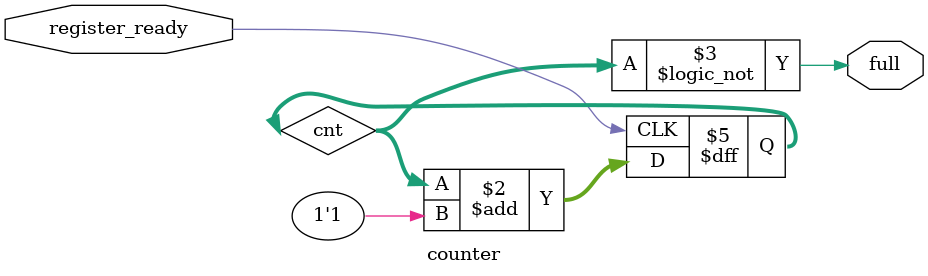
<source format=v>
`timescale 1ns / 1ps


module counter(
    input register_ready,
    output full
    ); 
    reg [4:0] cnt = 5'b000_00; //由于一开始在IDLE状态，full=1对全局的功能没有影响，不会导致状态不正常跳变
    always @(posedge register_ready) begin
        cnt <= cnt + 1'b1;
    end

    assign full = (cnt == 5'b000_00);
endmodule

</source>
